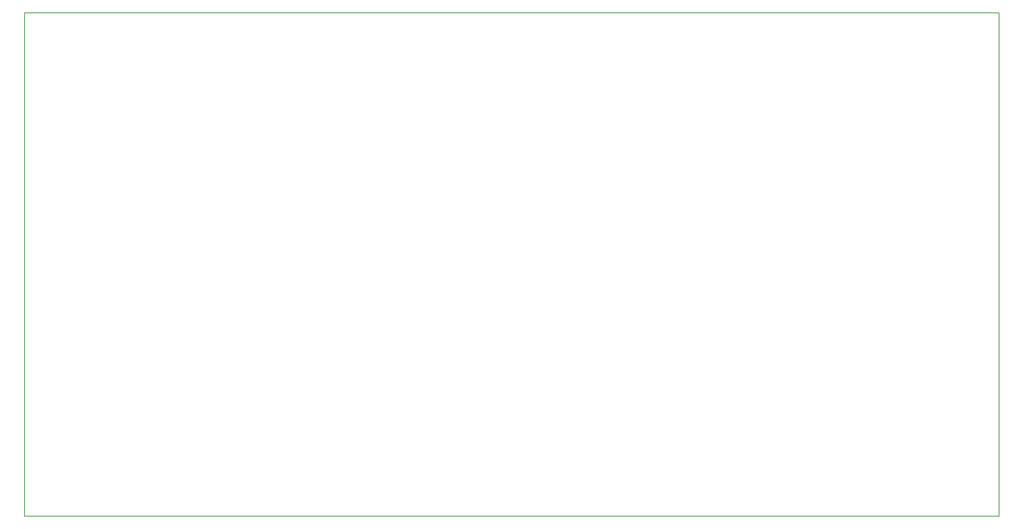
<source format=gbr>
G04 DipTrace 3.3.1.3*
G04 BoardOutline.gbr*
%MOMM*%
G04 #@! TF.FileFunction,Profile*
G04 #@! TF.Part,Single*
%ADD11C,0.14*%
%FSLAX35Y35*%
G04*
G71*
G90*
G75*
G01*
G04 BoardOutline*
%LPD*%
X1000000Y12303000D2*
D11*
X22844000D1*
Y1000000D1*
X1000000D1*
Y12303000D1*
M02*

</source>
